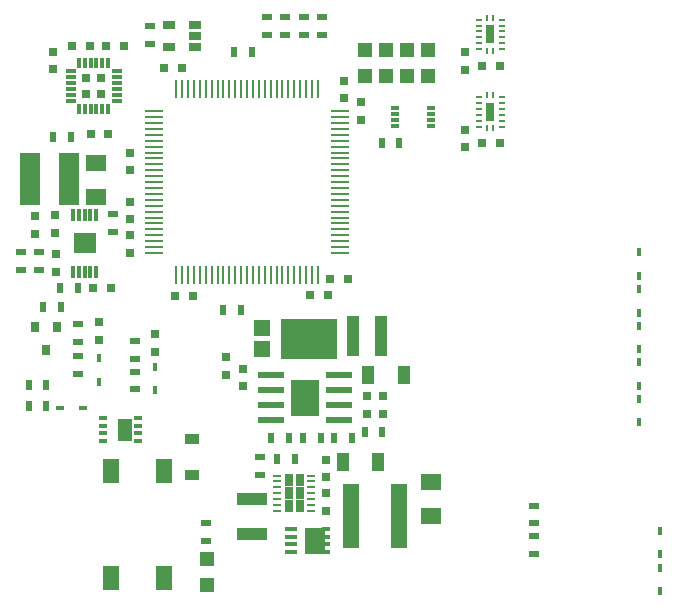
<source format=gtp>
%TF.GenerationSoftware,KiCad,Pcbnew,no-vcs-found-9b4eddb~60~ubuntu16.04.1*%
%TF.CreationDate,2017-10-29T19:10:16+01:00*%
%TF.ProjectId,Hedgehog,4865646765686F672E6B696361645F70,1.0*%
%TF.SameCoordinates,PX7270e00PY47868c0*%
%TF.FileFunction,Paste,Top*%
%TF.FilePolarity,Positive*%
%FSLAX46Y46*%
G04 Gerber Fmt 4.6, Leading zero omitted, Abs format (unit mm)*
G04 Created by KiCad (PCBNEW no-vcs-found-9b4eddb~60~ubuntu16.04.1) date Sun Oct 29 19:10:16 2017*
%MOMM*%
%LPD*%
G01*
G04 APERTURE LIST*
%ADD10R,2.400000X3.100000*%
%ADD11R,2.200000X0.500000*%
%ADD12R,1.000000X1.600000*%
%ADD13R,0.660000X0.260000*%
%ADD14R,0.750000X1.000000*%
%ADD15R,0.990000X0.405000*%
%ADD16R,1.725000X2.245000*%
%ADD17R,0.760000X0.405000*%
%ADD18R,1.800000X1.340000*%
%ADD19R,0.500000X0.900000*%
%ADD20R,0.780000X0.780000*%
%ADD21R,0.300000X0.850000*%
%ADD22R,0.850000X0.300000*%
%ADD23R,0.750000X0.800000*%
%ADD24R,0.800000X0.750000*%
%ADD25R,4.860000X3.360000*%
%ADD26R,1.400000X1.390000*%
%ADD27R,0.980000X3.400000*%
%ADD28R,0.300000X1.020000*%
%ADD29R,1.900000X1.730000*%
%ADD30R,1.200000X1.200000*%
%ADD31R,0.900000X0.500000*%
%ADD32R,2.500000X1.000000*%
%ADD33R,0.800000X0.300000*%
%ADD34R,0.800000X0.900000*%
%ADD35R,1.060000X0.650000*%
%ADD36R,0.700000X0.420000*%
%ADD37R,1.150000X1.970000*%
%ADD38R,1.500000X0.280000*%
%ADD39R,0.280000X1.500000*%
%ADD40R,1.200000X0.850000*%
%ADD41R,1.400000X2.100000*%
%ADD42R,1.800000X4.500000*%
%ADD43R,0.710000X0.403000*%
%ADD44R,0.403000X0.710000*%
%ADD45R,0.250000X0.600000*%
%ADD46R,0.700000X1.600000*%
%ADD47R,0.480000X0.260000*%
%ADD48R,1.430000X5.500000*%
G04 APERTURE END LIST*
D10*
%TO.C,U20*%
X25000000Y-38800000D03*
D11*
X27875000Y-36895000D03*
X27875000Y-38165000D03*
X27875000Y-39435000D03*
X27875000Y-40705000D03*
X22125000Y-40705000D03*
X22125000Y-39435000D03*
X22125000Y-38165000D03*
X22125000Y-36895000D03*
%TD*%
D12*
%TO.C,C13*%
X31200000Y-44250000D03*
X28200000Y-44250000D03*
%TD*%
D13*
%TO.C,U10*%
X22650000Y-45400000D03*
X25550000Y-45400000D03*
D14*
X24550000Y-46900000D03*
X23650000Y-46900000D03*
X24550000Y-45800000D03*
X23650000Y-45800000D03*
X24550000Y-48000000D03*
X23650000Y-48000000D03*
D13*
X22650000Y-45900000D03*
X22650000Y-46400000D03*
X22650000Y-46900000D03*
X22650000Y-47400000D03*
X22650000Y-47900000D03*
X22650000Y-48400000D03*
X25550000Y-45900000D03*
X25550000Y-46400000D03*
X25550000Y-46900000D03*
X25550000Y-47400000D03*
X25550000Y-47900000D03*
X25550000Y-48400000D03*
%TD*%
D15*
%TO.C,Q10*%
X23820000Y-50570000D03*
X23820000Y-51230000D03*
X23820000Y-51890000D03*
X23820000Y-49910000D03*
D16*
X25812500Y-50900000D03*
D17*
X26805000Y-51230000D03*
X26805000Y-51890000D03*
X26805000Y-50570000D03*
X26805000Y-49910000D03*
%TD*%
D18*
%TO.C,D10*%
X35700000Y-45970000D03*
X35700000Y-48830000D03*
%TD*%
D19*
%TO.C,L40*%
X5200000Y-16700000D03*
X3700000Y-16700000D03*
%TD*%
D20*
%TO.C,U43*%
X7751191Y-13067500D03*
X7751191Y-11767500D03*
X6451191Y-13067500D03*
X6451191Y-11767500D03*
D21*
X8351191Y-14367500D03*
X7851191Y-14367500D03*
X7351191Y-14367500D03*
X6851191Y-14367500D03*
X6351191Y-14367500D03*
X5851191Y-14367500D03*
D22*
X5151191Y-13667500D03*
X5151191Y-13167500D03*
X5151191Y-12667500D03*
X5151191Y-12167500D03*
X5151191Y-11667500D03*
X5151191Y-11167500D03*
D21*
X5851191Y-10467500D03*
X6351191Y-10467500D03*
X6851191Y-10467500D03*
X7351191Y-10467500D03*
X7851191Y-10467500D03*
X8351191Y-10467500D03*
D22*
X9051191Y-11167500D03*
X9051191Y-11667500D03*
X9051191Y-12167500D03*
X9051191Y-12667500D03*
X9051191Y-13167500D03*
X9051191Y-13667500D03*
%TD*%
D19*
%TO.C,R43*%
X31500000Y-17200000D03*
X33000000Y-17200000D03*
%TD*%
D23*
%TO.C,C1*%
X12300000Y-33400000D03*
X12300000Y-34900000D03*
%TD*%
%TO.C,C2*%
X7550000Y-32400000D03*
X7550000Y-33900000D03*
%TD*%
%TO.C,C33*%
X3850000Y-24850000D03*
X3850000Y-23350000D03*
%TD*%
D24*
%TO.C,C32*%
X7050000Y-29500000D03*
X8550000Y-29500000D03*
%TD*%
D25*
%TO.C,D20*%
X25380000Y-33800000D03*
D26*
X21398000Y-32880000D03*
X21400000Y-34720000D03*
%TD*%
D27*
%TO.C,L20*%
X29065000Y-33600000D03*
X31435000Y-33600000D03*
%TD*%
D28*
%TO.C,U30*%
X5337500Y-28150000D03*
X5837500Y-28150000D03*
X6337500Y-28150000D03*
X6837500Y-28150000D03*
X7337500Y-28150000D03*
X7337500Y-23350000D03*
X6837500Y-23350000D03*
X6337500Y-23350000D03*
X5837500Y-23350000D03*
X5337500Y-23350000D03*
D29*
X6337500Y-25750000D03*
%TD*%
D30*
%TO.C,D51*%
X16750000Y-54650000D03*
X16750000Y-52450000D03*
%TD*%
D31*
%TO.C,R51*%
X16650000Y-50950000D03*
X16650000Y-49450000D03*
%TD*%
D23*
%TO.C,C63*%
X10200000Y-26550000D03*
X10200000Y-25050000D03*
%TD*%
%TO.C,C49*%
X3650000Y-11000000D03*
X3650000Y-9500000D03*
%TD*%
%TO.C,C53*%
X38550000Y-16100000D03*
X38550000Y-17600000D03*
%TD*%
%TO.C,C55*%
X38550000Y-11050000D03*
X38550000Y-9550000D03*
%TD*%
%TO.C,C61*%
X28300000Y-13450000D03*
X28300000Y-11950000D03*
%TD*%
D24*
%TO.C,C62*%
X14550000Y-10900000D03*
X13050000Y-10900000D03*
%TD*%
D23*
%TO.C,C12*%
X26800000Y-48400000D03*
X26800000Y-46900000D03*
%TD*%
%TO.C,C11*%
X26800000Y-45550000D03*
X26800000Y-44050000D03*
%TD*%
%TO.C,C34*%
X2150000Y-24950000D03*
X2150000Y-23450000D03*
%TD*%
%TO.C,C20*%
X19750000Y-37850000D03*
X19750000Y-36350000D03*
%TD*%
%TO.C,C21*%
X31650000Y-38700000D03*
X31650000Y-40200000D03*
%TD*%
%TO.C,C22*%
X30250000Y-40200000D03*
X30250000Y-38700000D03*
%TD*%
%TO.C,C23*%
X18350000Y-36850000D03*
X18350000Y-35350000D03*
%TD*%
%TO.C,C30*%
X3950000Y-26650000D03*
X3950000Y-28150000D03*
%TD*%
D24*
%TO.C,C40*%
X8350000Y-16450000D03*
X6850000Y-16450000D03*
%TD*%
D23*
%TO.C,C41*%
X10200000Y-18050000D03*
X10200000Y-19550000D03*
%TD*%
%TO.C,C42*%
X10200000Y-22200000D03*
X10200000Y-23700000D03*
%TD*%
D24*
%TO.C,C54*%
X40000000Y-10700000D03*
X41500000Y-10700000D03*
%TD*%
%TO.C,C52*%
X41500000Y-17250000D03*
X40000000Y-17250000D03*
%TD*%
%TO.C,C51*%
X6800000Y-9050000D03*
X5300000Y-9050000D03*
%TD*%
%TO.C,C50*%
X9650000Y-9050000D03*
X8150000Y-9050000D03*
%TD*%
D23*
%TO.C,C48*%
X29750000Y-13800000D03*
X29750000Y-15300000D03*
%TD*%
D24*
%TO.C,C47*%
X26950000Y-30150000D03*
X25450000Y-30150000D03*
%TD*%
%TO.C,C44*%
X27150000Y-28750000D03*
X28650000Y-28750000D03*
%TD*%
%TO.C,C43*%
X15500000Y-30200000D03*
X14000000Y-30200000D03*
%TD*%
D12*
%TO.C,C24*%
X30350000Y-36900000D03*
X33350000Y-36900000D03*
%TD*%
D32*
%TO.C,C10*%
X20500000Y-47350000D03*
X20500000Y-50350000D03*
%TD*%
D33*
%TO.C,U41*%
X35700000Y-14300000D03*
X35700000Y-14800000D03*
X35700000Y-15300000D03*
X35700000Y-15800000D03*
X32600000Y-15800000D03*
X32600000Y-15300000D03*
X32600000Y-14800000D03*
X32600000Y-14300000D03*
%TD*%
D30*
%TO.C,D43*%
X35450000Y-9400000D03*
X35450000Y-11600000D03*
%TD*%
%TO.C,D42*%
X33650000Y-11600000D03*
X33650000Y-9400000D03*
%TD*%
%TO.C,D41*%
X31850000Y-9400000D03*
X31850000Y-11600000D03*
%TD*%
%TO.C,D40*%
X30050000Y-11600000D03*
X30050000Y-9400000D03*
%TD*%
D19*
%TO.C,R21*%
X30050000Y-41670000D03*
X31550000Y-41670000D03*
%TD*%
%TO.C,R22*%
X23650000Y-42250000D03*
X22150000Y-42250000D03*
%TD*%
%TO.C,R23*%
X29000000Y-42250000D03*
X27500000Y-42250000D03*
%TD*%
%TO.C,R30*%
X5800000Y-29550000D03*
X4300000Y-29550000D03*
%TD*%
%TO.C,R10*%
X19600000Y-31350000D03*
X18100000Y-31350000D03*
%TD*%
D31*
%TO.C,R6*%
X5800000Y-35300000D03*
X5800000Y-36800000D03*
%TD*%
%TO.C,R5*%
X10600000Y-35500000D03*
X10600000Y-34000000D03*
%TD*%
%TO.C,R4*%
X10600000Y-36600000D03*
X10600000Y-38100000D03*
%TD*%
D19*
%TO.C,R2*%
X3100000Y-37750000D03*
X1600000Y-37750000D03*
%TD*%
%TO.C,R1*%
X3100000Y-39550000D03*
X1600000Y-39550000D03*
%TD*%
%TO.C,R24*%
X26350000Y-42250000D03*
X24850000Y-42250000D03*
%TD*%
D31*
%TO.C,R49*%
X24900000Y-8100000D03*
X24900000Y-6600000D03*
%TD*%
%TO.C,R50*%
X26450000Y-6600000D03*
X26450000Y-8100000D03*
%TD*%
%TO.C,R48*%
X23350000Y-8100000D03*
X23350000Y-6600000D03*
%TD*%
D19*
%TO.C,R3*%
X2850000Y-31150000D03*
X4350000Y-31150000D03*
%TD*%
D31*
%TO.C,R32*%
X1000000Y-26500000D03*
X1000000Y-28000000D03*
%TD*%
D19*
%TO.C,R40*%
X20500000Y-9550000D03*
X19000000Y-9550000D03*
%TD*%
D31*
%TO.C,R41*%
X11850000Y-8850000D03*
X11850000Y-7350000D03*
%TD*%
%TO.C,R45*%
X44400000Y-49450000D03*
X44400000Y-47950000D03*
%TD*%
%TO.C,R46*%
X44400000Y-50500000D03*
X44400000Y-52000000D03*
%TD*%
%TO.C,R33*%
X2500000Y-26500000D03*
X2500000Y-28000000D03*
%TD*%
%TO.C,R31*%
X8750000Y-24750000D03*
X8750000Y-23250000D03*
%TD*%
%TO.C,R7*%
X5800000Y-32600000D03*
X5800000Y-34100000D03*
%TD*%
%TO.C,R47*%
X21800000Y-6600000D03*
X21800000Y-8100000D03*
%TD*%
%TO.C,R11*%
X21200000Y-43850000D03*
X21200000Y-45350000D03*
%TD*%
D19*
%TO.C,R12*%
X24150000Y-44000000D03*
X22650000Y-44000000D03*
%TD*%
D34*
%TO.C,Q2*%
X3100000Y-34800000D03*
X2150000Y-32800000D03*
X4050000Y-32800000D03*
%TD*%
D35*
%TO.C,U42*%
X13450000Y-9150000D03*
X13450000Y-7250000D03*
X15650000Y-7250000D03*
X15650000Y-8200000D03*
X15650000Y-9150000D03*
%TD*%
D36*
%TO.C,Q1*%
X7900000Y-40525000D03*
X10900000Y-40525000D03*
X7900000Y-41175000D03*
X7900000Y-41825000D03*
X7900000Y-42475000D03*
X10900000Y-41175000D03*
X10900000Y-41825000D03*
X10900000Y-42475000D03*
D37*
X9775000Y-41500000D03*
%TD*%
D38*
%TO.C,U40*%
X12200000Y-14550000D03*
X12200000Y-15050000D03*
X12200000Y-15550000D03*
X12200000Y-16050000D03*
X12200000Y-16550000D03*
X12200000Y-17050000D03*
X12200000Y-17550000D03*
X12200000Y-18050000D03*
X12200000Y-18550000D03*
X12200000Y-19050000D03*
X12200000Y-19550000D03*
X12200000Y-20050000D03*
X12200000Y-20550000D03*
X12200000Y-21050000D03*
X12200000Y-21550000D03*
X12200000Y-22050000D03*
X12200000Y-22550000D03*
X12200000Y-23050000D03*
X12200000Y-23550000D03*
X12200000Y-24050000D03*
X12200000Y-24550000D03*
X12200000Y-25050000D03*
X12200000Y-25550000D03*
X12200000Y-26050000D03*
X12200000Y-26550000D03*
D39*
X14100000Y-28450000D03*
X14600000Y-28450000D03*
X15100000Y-28450000D03*
X15600000Y-28450000D03*
X16100000Y-28450000D03*
X16600000Y-28450000D03*
X17100000Y-28450000D03*
X17600000Y-28450000D03*
X18100000Y-28450000D03*
X18600000Y-28450000D03*
X19100000Y-28450000D03*
X19600000Y-28450000D03*
X20100000Y-28450000D03*
X20600000Y-28450000D03*
X21100000Y-28450000D03*
X21600000Y-28450000D03*
X22100000Y-28450000D03*
X22600000Y-28450000D03*
X23100000Y-28450000D03*
X23600000Y-28450000D03*
X24100000Y-28450000D03*
X24600000Y-28450000D03*
X25100000Y-28450000D03*
X25600000Y-28450000D03*
X26100000Y-28450000D03*
D38*
X28000000Y-26550000D03*
X28000000Y-26050000D03*
X28000000Y-25550000D03*
X28000000Y-25050000D03*
X28000000Y-24550000D03*
X28000000Y-24050000D03*
X28000000Y-23550000D03*
X28000000Y-23050000D03*
X28000000Y-22550000D03*
X28000000Y-22050000D03*
X28000000Y-21550000D03*
X28000000Y-21050000D03*
X28000000Y-20550000D03*
X28000000Y-20050000D03*
X28000000Y-19550000D03*
X28000000Y-19050000D03*
X28000000Y-18550000D03*
X28000000Y-18050000D03*
X28000000Y-17550000D03*
X28000000Y-17050000D03*
X28000000Y-16550000D03*
X28000000Y-16050000D03*
X28000000Y-15550000D03*
X28000000Y-15050000D03*
X28000000Y-14550000D03*
D39*
X26100000Y-12650000D03*
X25600000Y-12650000D03*
X25100000Y-12650000D03*
X24600000Y-12650000D03*
X24100000Y-12650000D03*
X23600000Y-12650000D03*
X23100000Y-12650000D03*
X22600000Y-12650000D03*
X22100000Y-12650000D03*
X21600000Y-12650000D03*
X21100000Y-12650000D03*
X20600000Y-12650000D03*
X20100000Y-12650000D03*
X19600000Y-12650000D03*
X19100000Y-12650000D03*
X18600000Y-12650000D03*
X18100000Y-12650000D03*
X17600000Y-12650000D03*
X17100000Y-12650000D03*
X16600000Y-12650000D03*
X16100000Y-12650000D03*
X15600000Y-12650000D03*
X15100000Y-12650000D03*
X14600000Y-12650000D03*
X14100000Y-12650000D03*
%TD*%
D40*
%TO.C,D2*%
X15400000Y-42325000D03*
X15400000Y-45375000D03*
%TD*%
D41*
%TO.C,SW1*%
X8550000Y-54100000D03*
X8550000Y-45000000D03*
X13050000Y-54100000D03*
X13050000Y-45000000D03*
%TD*%
D42*
%TO.C,L30*%
X5050000Y-20250000D03*
X1750000Y-20250000D03*
%TD*%
D18*
%TO.C,D30*%
X7300000Y-21780000D03*
X7300000Y-18920000D03*
%TD*%
D43*
%TO.C,D1*%
X4255000Y-39700000D03*
X6245000Y-39700000D03*
%TD*%
D44*
%TO.C,D49*%
X53300000Y-26505000D03*
X53300000Y-28495000D03*
%TD*%
%TO.C,D50*%
X53300000Y-31595000D03*
X53300000Y-29605000D03*
%TD*%
%TO.C,D48*%
X53300000Y-32705000D03*
X53300000Y-34695000D03*
%TD*%
%TO.C,D47*%
X53300000Y-37795000D03*
X53300000Y-35805000D03*
%TD*%
%TO.C,D46*%
X53300000Y-38905000D03*
X53300000Y-40895000D03*
%TD*%
%TO.C,D45*%
X55050000Y-50055000D03*
X55050000Y-52045000D03*
%TD*%
%TO.C,D44*%
X55050000Y-53205000D03*
X55050000Y-55195000D03*
%TD*%
%TO.C,D4*%
X7550000Y-37445000D03*
X7550000Y-35455000D03*
%TD*%
%TO.C,D3*%
X12300000Y-36205000D03*
X12300000Y-38195000D03*
%TD*%
D45*
%TO.C,U44*%
X40450000Y-13200000D03*
X40950000Y-13200000D03*
X40950000Y-16000000D03*
X40450000Y-16000000D03*
D46*
X40700000Y-14600000D03*
D47*
X39750000Y-15850000D03*
X39750000Y-15350000D03*
X39750000Y-14850000D03*
X39750000Y-14350000D03*
X39750000Y-13850000D03*
X39750000Y-13350000D03*
X41650000Y-13350000D03*
X41650000Y-13850000D03*
X41650000Y-14350000D03*
X41650000Y-14850000D03*
X41650000Y-15350000D03*
X41650000Y-15850000D03*
%TD*%
%TO.C,U45*%
X41650000Y-9300000D03*
X41650000Y-8800000D03*
X41650000Y-8300000D03*
X41650000Y-7800000D03*
X41650000Y-7300000D03*
X41650000Y-6800000D03*
X39750000Y-6800000D03*
X39750000Y-7300000D03*
X39750000Y-7800000D03*
X39750000Y-8300000D03*
X39750000Y-8800000D03*
X39750000Y-9300000D03*
D46*
X40700000Y-8050000D03*
D45*
X40450000Y-9450000D03*
X40950000Y-9450000D03*
X40950000Y-6650000D03*
X40450000Y-6650000D03*
%TD*%
D48*
%TO.C,L10*%
X28930000Y-48850000D03*
X32970000Y-48850000D03*
%TD*%
M02*

</source>
